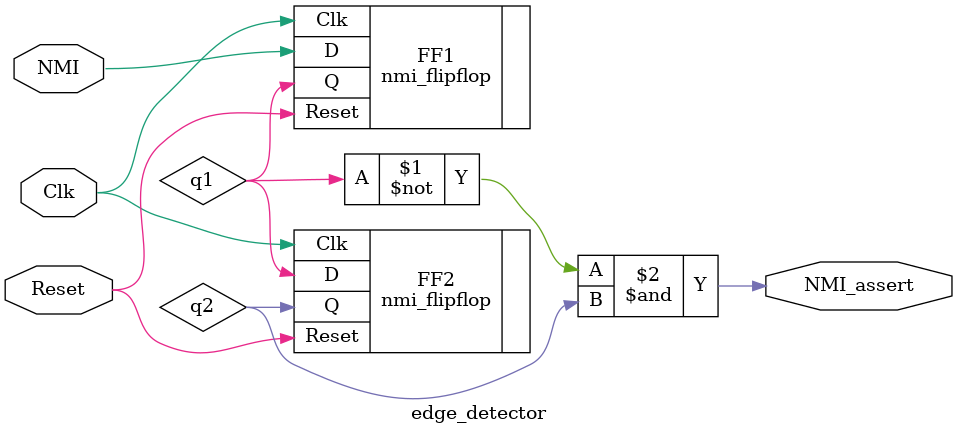
<source format=sv>
module edge_detector(
		input 	NMI,
		input 	Clk,
		input 	Reset,
		output	NMI_assert);
 
logic q1, q2;

nmi_flipflop FF1 (.Clk(Clk),.Reset(Reset),.D(NMI),.Q(q1));
nmi_flipflop FF2 (.Clk(Clk),.Reset(Reset),.D(q1),.Q(q2));

assign NMI_assert = ~q1 & q2;

endmodule 
</source>
